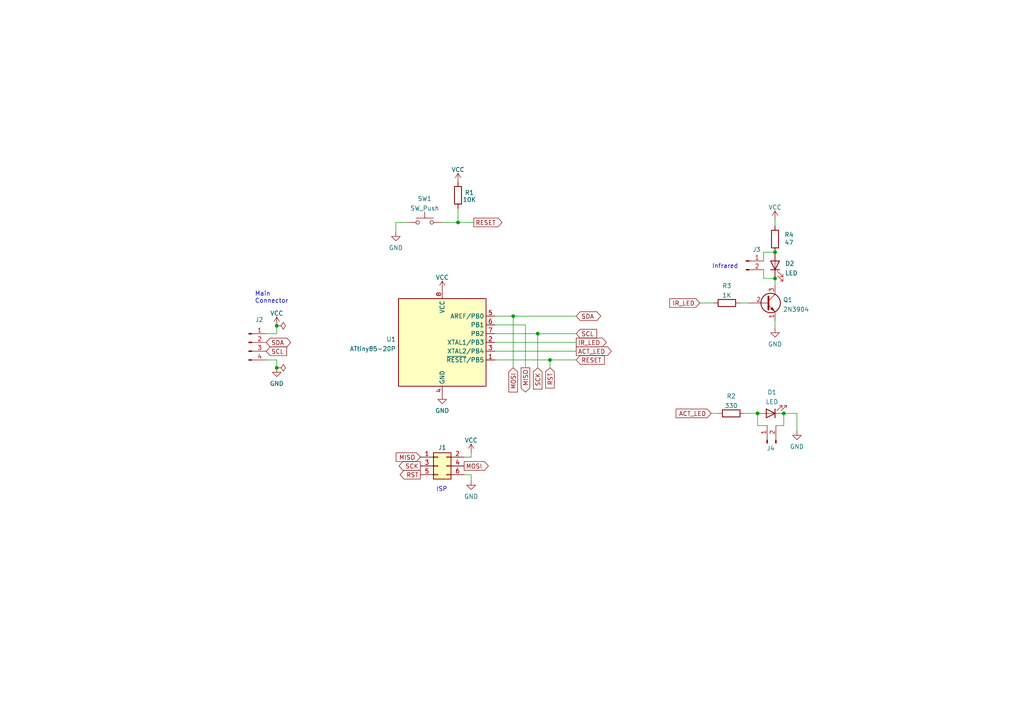
<source format=kicad_sch>
(kicad_sch (version 20210621) (generator eeschema)
  (paper "A4")
  (lib_symbols
    (symbol "Connector:Conn_01x02_Male" (pin_names (offset 1.016) hide)
      (property "Reference" "J" (at 0 2.54 0))
      (property "Value" "Conn_01x02_Male" (at 0 -5.08 0))
      (symbol "Conn_01x02_Male_1_1"
        (polyline (pts (xy 1.27 -2.54) (xy 0.8636 -2.54)) (stroke (width 0.1524)))
        (polyline (pts (xy 1.27 0) (xy 0.8636 0)) (stroke (width 0.1524)))
        (rectangle (start 0.8636 -2.413) (end 0 -2.667) (stroke (width 0.1524)) (fill (type outline)))
        (rectangle (start 0.8636 0.127) (end 0 -0.127) (stroke (width 0.1524)) (fill (type outline)))
        (pin passive line (at 5.08 0 180) (length 3.81) (name "Pin_1") (number "1"))
        (pin passive line (at 5.08 -2.54 180) (length 3.81) (name "Pin_2") (number "2"))
      )
    )
    (symbol "Connector:Conn_01x04_Male" (pin_names (offset 1.016) hide)
      (property "Reference" "J" (at 0 5.08 0))
      (property "Value" "Conn_01x04_Male" (at 0 -7.62 0))
      (symbol "Conn_01x04_Male_1_1"
        (polyline (pts (xy 1.27 -5.08) (xy 0.8636 -5.08)) (stroke (width 0.1524)))
        (polyline (pts (xy 1.27 -2.54) (xy 0.8636 -2.54)) (stroke (width 0.1524)))
        (polyline (pts (xy 1.27 0) (xy 0.8636 0)) (stroke (width 0.1524)))
        (polyline (pts (xy 1.27 2.54) (xy 0.8636 2.54)) (stroke (width 0.1524)))
        (rectangle (start 0.8636 -4.953) (end 0 -5.207) (stroke (width 0.1524)) (fill (type outline)))
        (rectangle (start 0.8636 -2.413) (end 0 -2.667) (stroke (width 0.1524)) (fill (type outline)))
        (rectangle (start 0.8636 0.127) (end 0 -0.127) (stroke (width 0.1524)) (fill (type outline)))
        (rectangle (start 0.8636 2.667) (end 0 2.413) (stroke (width 0.1524)) (fill (type outline)))
        (pin passive line (at 5.08 2.54 180) (length 3.81) (name "Pin_1") (number "1"))
        (pin passive line (at 5.08 0 180) (length 3.81) (name "Pin_2") (number "2"))
        (pin passive line (at 5.08 -2.54 180) (length 3.81) (name "Pin_3") (number "3"))
        (pin passive line (at 5.08 -5.08 180) (length 3.81) (name "Pin_4") (number "4"))
      )
    )
    (symbol "Connector_Generic:Conn_02x03_Odd_Even" (pin_names (offset 1.016) hide)
      (property "Reference" "J" (at 1.27 5.08 0))
      (property "Value" "Conn_02x03_Odd_Even" (at 1.27 -5.08 0))
      (symbol "Conn_02x03_Odd_Even_1_1"
        (rectangle (start -1.27 -2.413) (end 0 -2.667) (stroke (width 0.1524)))
        (rectangle (start -1.27 0.127) (end 0 -0.127) (stroke (width 0.1524)))
        (rectangle (start -1.27 2.667) (end 0 2.413) (stroke (width 0.1524)))
        (rectangle (start -1.27 3.81) (end 3.81 -3.81) (stroke (width 0.254)) (fill (type background)))
        (rectangle (start 3.81 -2.413) (end 2.54 -2.667) (stroke (width 0.1524)))
        (rectangle (start 3.81 0.127) (end 2.54 -0.127) (stroke (width 0.1524)))
        (rectangle (start 3.81 2.667) (end 2.54 2.413) (stroke (width 0.1524)))
        (pin passive line (at -5.08 2.54 0) (length 3.81) (name "Pin_1") (number "1"))
        (pin passive line (at 7.62 2.54 180) (length 3.81) (name "Pin_2") (number "2"))
        (pin passive line (at -5.08 0 0) (length 3.81) (name "Pin_3") (number "3"))
        (pin passive line (at 7.62 0 180) (length 3.81) (name "Pin_4") (number "4"))
        (pin passive line (at -5.08 -2.54 0) (length 3.81) (name "Pin_5") (number "5"))
        (pin passive line (at 7.62 -2.54 180) (length 3.81) (name "Pin_6") (number "6"))
      )
    )
    (symbol "Device:LED" (pin_numbers hide) (pin_names (offset 1.016) hide)
      (property "Reference" "D" (at 0 2.54 0))
      (property "Value" "LED" (at 0 -2.54 0))
      (symbol "LED_0_1"
        (polyline (pts (xy -1.27 -1.27) (xy -1.27 1.27)) (stroke (width 0.254)))
        (polyline (pts (xy -1.27 0) (xy 1.27 0)))
        (polyline (pts (xy 1.27 -1.27) (xy 1.27 1.27) (xy -1.27 0) (xy 1.27 -1.27)) (stroke (width 0.254)))
        (polyline (pts (xy -3.048 -0.762) (xy -4.572 -2.286) (xy -3.81 -2.286) (xy -4.572 -2.286) (xy -4.572 -1.524)))
        (polyline (pts (xy -1.778 -0.762) (xy -3.302 -2.286) (xy -2.54 -2.286) (xy -3.302 -2.286) (xy -3.302 -1.524)))
      )
      (symbol "LED_1_1"
        (pin passive line (at -3.81 0 0) (length 2.54) (name "K") (number "1"))
        (pin passive line (at 3.81 0 180) (length 2.54) (name "A") (number "2"))
      )
    )
    (symbol "Device:R" (pin_numbers hide) (pin_names (offset 0))
      (property "Reference" "R" (at 2.032 0 90))
      (property "Value" "R" (at 0 0 90))
      (symbol "R_0_1"
        (rectangle (start -1.016 -2.54) (end 1.016 2.54) (stroke (width 0.254)))
      )
      (symbol "R_1_1"
        (pin passive line (at 0 3.81 270) (length 1.27) (name "~") (number "1"))
        (pin passive line (at 0 -3.81 90) (length 1.27) (name "~") (number "2"))
      )
    )
    (symbol "MCU_Microchip_ATtiny:ATtiny85-20P"
      (property "Reference" "U" (at -12.7 13.97 0))
      (property "Value" "ATtiny85-20P" (at 2.54 -13.97 0))
      (symbol "ATtiny85-20P_0_1"
        (rectangle (start -12.7 -12.7) (end 12.7 12.7) (stroke (width 0.254)) (fill (type background)))
      )
      (symbol "ATtiny85-20P_1_1"
        (pin bidirectional line (at 15.24 -5.08 180) (length 2.54) (name "~{RESET}/PB5") (number "1"))
        (pin bidirectional line (at 15.24 0 180) (length 2.54) (name "XTAL1/PB3") (number "2"))
        (pin bidirectional line (at 15.24 -2.54 180) (length 2.54) (name "XTAL2/PB4") (number "3"))
        (pin power_in line (at 0 -15.24 90) (length 2.54) (name "GND") (number "4"))
        (pin bidirectional line (at 15.24 7.62 180) (length 2.54) (name "AREF/PB0") (number "5"))
        (pin bidirectional line (at 15.24 5.08 180) (length 2.54) (name "PB1") (number "6"))
        (pin bidirectional line (at 15.24 2.54 180) (length 2.54) (name "PB2") (number "7"))
        (pin power_in line (at 0 15.24 270) (length 2.54) (name "VCC") (number "8"))
      )
    )
    (symbol "Switch:SW_Push" (pin_numbers hide) (pin_names (offset 1.016) hide)
      (property "Reference" "SW" (at 1.27 2.54 0))
      (property "Value" "SW_Push" (at 0 -1.524 0))
      (symbol "SW_Push_0_1"
        (circle (center -2.032 0) (radius 0.508))
        (polyline (pts (xy 0 1.27) (xy 0 3.048)))
        (polyline (pts (xy 2.54 1.27) (xy -2.54 1.27)))
        (circle (center 2.032 0) (radius 0.508))
        (pin passive line (at -5.08 0 0) (length 2.54) (name "1") (number "1"))
        (pin passive line (at 5.08 0 180) (length 2.54) (name "2") (number "2"))
      )
    )
    (symbol "Transistor_BJT:2N3904" (pin_names (offset 0) hide)
      (property "Reference" "Q" (at 5.08 1.905 0))
      (property "Value" "2N3904" (at 5.08 0 0))
      (symbol "2N3904_0_1"
        (polyline (pts (xy 0.635 0.635) (xy 2.54 2.54)))
        (polyline (pts (xy 0.635 -0.635) (xy 2.54 -2.54) (xy 2.54 -2.54)))
        (polyline (pts (xy 0.635 1.905) (xy 0.635 -1.905) (xy 0.635 -1.905)) (stroke (width 0.508)))
        (polyline (pts (xy 1.27 -1.778) (xy 1.778 -1.27) (xy 2.286 -2.286) (xy 1.27 -1.778) (xy 1.27 -1.778)) (fill (type outline)))
        (circle (center 1.27 0) (radius 2.8194) (stroke (width 0.254)))
      )
      (symbol "2N3904_1_1"
        (pin passive line (at 2.54 -5.08 90) (length 2.54) (name "E") (number "1"))
        (pin passive line (at -5.08 0 0) (length 5.715) (name "B") (number "2"))
        (pin passive line (at 2.54 5.08 270) (length 2.54) (name "C") (number "3"))
      )
    )
    (symbol "power:GND" (power) (pin_names (offset 0))
      (property "Value" "GND" (at 0 -3.81 0))
      (symbol "GND_0_1"
        (polyline (pts (xy 0 0) (xy 0 -1.27) (xy 1.27 -1.27) (xy 0 -2.54) (xy -1.27 -1.27) (xy 0 -1.27)))
      )
      (symbol "GND_1_1"
        (pin power_in line (at 0 0 270) (length 0) hide (name "GND") (number "1"))
      )
    )
    (symbol "power:PWR_FLAG" (power) (pin_numbers hide) (pin_names (offset 0) hide)
      (property "Value" "PWR_FLAG" (at 0 3.81 0))
      (symbol "PWR_FLAG_0_0"
        (pin power_out line (at 0 0 90) (length 0) (name "pwr") (number "1"))
      )
      (symbol "PWR_FLAG_0_1"
        (polyline (pts (xy 0 0) (xy 0 1.27) (xy -1.016 1.905) (xy 0 2.54) (xy 1.016 1.905) (xy 0 1.27)))
      )
    )
    (symbol "power:VCC" (power) (pin_names (offset 0))
      (property "Value" "VCC" (at 0 3.81 0))
      (symbol "VCC_0_1"
        (polyline (pts (xy -0.762 1.27) (xy 0 2.54)))
        (polyline (pts (xy 0 0) (xy 0 2.54)))
        (polyline (pts (xy 0 2.54) (xy 0.762 1.27)))
      )
      (symbol "VCC_1_1"
        (pin power_in line (at 0 0 90) (length 0) hide (name "VCC") (number "1"))
      )
    )
  )
  (junction (at 159.512 104.394))
  (junction (at 224.79 73.152))
  (junction (at 80.264 106.6896))
  (junction (at 132.842 64.516))
  (junction (at 219.71 119.8976))
  (junction (at 80.264 94.4976))
  (junction (at 224.79 80.772))
  (junction (at 227.33 119.8976))
  (junction (at 155.956 96.774))
  (junction (at 148.844 91.694))
  (wire (pts (xy 206.248 119.8976) (xy 208.28 119.8976)))
  (wire (pts (xy 214.63 87.884) (xy 217.17 87.884)))
  (wire (pts (xy 143.51 96.774) (xy 155.956 96.774)))
  (wire (pts (xy 155.956 96.774) (xy 155.956 106.68)))
  (wire (pts (xy 148.844 91.694) (xy 167.132 91.694)))
  (wire (pts (xy 114.808 64.516) (xy 118.11 64.516)))
  (wire (pts (xy 114.808 67.31) (xy 114.808 64.516)))
  (wire (pts (xy 143.51 104.394) (xy 159.512 104.394)))
  (wire (pts (xy 152.4 94.234) (xy 152.4 106.68)))
  (wire (pts (xy 202.946 87.884) (xy 207.01 87.884)))
  (wire (pts (xy 80.264 104.4036) (xy 80.264 106.6896)))
  (wire (pts (xy 77.216 104.4036) (xy 80.264 104.4036)))
  (wire (pts (xy 224.79 80.772) (xy 221.488 80.772)))
  (wire (pts (xy 221.488 80.772) (xy 221.488 78.232)))
  (wire (pts (xy 224.79 63.754) (xy 224.79 65.532)))
  (wire (pts (xy 155.956 96.774) (xy 167.132 96.774)))
  (wire (pts (xy 136.652 131.3276) (xy 136.652 132.5976)))
  (wire (pts (xy 134.62 132.5976) (xy 136.652 132.5976)))
  (wire (pts (xy 231.14 119.8976) (xy 231.14 124.9776)))
  (wire (pts (xy 227.33 119.8976) (xy 231.14 119.8976)))
  (wire (pts (xy 132.842 64.516) (xy 137.414 64.516)))
  (wire (pts (xy 128.27 64.516) (xy 132.842 64.516)))
  (wire (pts (xy 215.9 119.8976) (xy 219.71 119.8976)))
  (wire (pts (xy 219.71 119.8976) (xy 219.71 119.888)))
  (wire (pts (xy 222.504 123.444) (xy 219.71 123.444)))
  (wire (pts (xy 219.71 123.444) (xy 219.71 119.8976)))
  (wire (pts (xy 143.51 94.234) (xy 152.4 94.234)))
  (wire (pts (xy 143.51 99.314) (xy 167.132 99.314)))
  (wire (pts (xy 224.79 80.772) (xy 224.79 82.804)))
  (wire (pts (xy 159.512 104.394) (xy 159.512 106.68)))
  (wire (pts (xy 159.512 104.394) (xy 167.132 104.394)))
  (wire (pts (xy 225.044 123.444) (xy 227.33 123.444)))
  (wire (pts (xy 227.33 119.8976) (xy 227.33 119.888)))
  (wire (pts (xy 227.33 123.444) (xy 227.33 119.8976)))
  (wire (pts (xy 80.264 96.7836) (xy 80.264 94.4976)))
  (wire (pts (xy 77.216 96.7836) (xy 80.264 96.7836)))
  (wire (pts (xy 134.62 137.6776) (xy 136.652 137.6776)))
  (wire (pts (xy 136.652 137.6776) (xy 136.652 139.4556)))
  (wire (pts (xy 224.79 92.964) (xy 224.79 95.25)))
  (wire (pts (xy 143.51 91.694) (xy 148.844 91.694)))
  (wire (pts (xy 143.51 101.854) (xy 167.132 101.854)))
  (wire (pts (xy 221.488 73.152) (xy 221.488 75.692)))
  (wire (pts (xy 224.79 73.152) (xy 221.488 73.152)))
  (wire (pts (xy 148.844 91.694) (xy 148.844 106.68)))
  (wire (pts (xy 132.842 60.452) (xy 132.842 64.516)))
  (text "Infrared" (at 206.502 78.0662 0) (effects (font (size 1.27 1.27)) (justify left bottom)))
  (text "ISP" (at 126.492 142.748 0) (effects (font (size 1.27 1.27)) (justify left bottom)))
  (text "Main\nConnector" (at 73.914 88.138 0) (effects (font (size 1.27 1.27)) (justify left bottom)))
  (global_label "RST" (shape input) (at 159.512 106.68 270) (property "Intersheet References" "${INTERSHEET_REFS}" (effects hide)))
  (global_label "ACT_LED" (shape output) (at 167.132 101.854 0) (property "Intersheet References" "${INTERSHEET_REFS}" (effects hide)))
  (global_label "MISO" (shape output) (at 152.4 106.68 270) (property "Intersheet References" "${INTERSHEET_REFS}" (effects hide)))
  (global_label "ACT_LED" (shape input) (at 206.248 119.8976 180) (property "Intersheet References" "${INTERSHEET_REFS}" (effects hide)))
  (global_label "SDA" (shape tri_state) (at 77.216 99.3236 0) (property "Intersheet References" "${INTERSHEET_REFS}" (effects hide)))
  (global_label "SCK" (shape input) (at 155.956 106.68 270) (property "Intersheet References" "${INTERSHEET_REFS}" (effects hide)))
  (global_label "SCL" (shape input) (at 167.132 96.774 0) (property "Intersheet References" "${INTERSHEET_REFS}" (effects hide)))
  (global_label "MISO" (shape input) (at 121.92 132.5976 180) (property "Intersheet References" "${INTERSHEET_REFS}" (effects hide)))
  (global_label "RST" (shape output) (at 121.92 137.6776 180) (property "Intersheet References" "${INTERSHEET_REFS}" (effects hide)))
  (global_label "IR_LED" (shape output) (at 167.132 99.314 0) (property "Intersheet References" "${INTERSHEET_REFS}" (effects hide)))
  (global_label "MOSI" (shape output) (at 134.62 135.1376 0) (property "Intersheet References" "${INTERSHEET_REFS}" (effects hide)))
  (global_label "IR_LED" (shape input) (at 202.946 87.884 180) (property "Intersheet References" "${INTERSHEET_REFS}" (effects hide)))
  (global_label "MOSI" (shape input) (at 148.844 106.68 270) (property "Intersheet References" "${INTERSHEET_REFS}" (effects hide)))
  (global_label "RESET" (shape input) (at 167.132 104.394 0) (property "Intersheet References" "${INTERSHEET_REFS}" (effects hide)))
  (global_label "RESET" (shape output) (at 137.414 64.516 0) (property "Intersheet References" "${INTERSHEET_REFS}" (effects hide)))
  (global_label "SCK" (shape output) (at 121.92 135.1376 180) (property "Intersheet References" "${INTERSHEET_REFS}" (effects hide)))
  (global_label "SCL" (shape input) (at 77.216 101.8636 0) (property "Intersheet References" "${INTERSHEET_REFS}" (effects hide)))
  (global_label "SDA" (shape tri_state) (at 167.132 91.694 0) (property "Intersheet References" "${INTERSHEET_REFS}" (effects hide)))
  (symbol (lib_id "Connector:Conn_01x02_Male") (at 216.408 75.692 0) (unit 1)
    (property "Reference" "J3" (at 219.456 72.39 0))
    (property "Value" "Conn_01x02_Male" (effects hide))
    (property "Footprint" "Connector_PinHeader_2.54mm:PinHeader_1x02_P2.54mm_Vertical" (effects hide))
  )
  (symbol (lib_id "Device:R") (at 224.79 69.342 0) (unit 1)
    (property "Reference" "R4" (at 228.854 68.072 0))
    (property "Value" "47" (at 228.854 70.358 0))
    (property "Footprint" "Resistor_SMD:R_0603_1608Metric" (effects hide))
  )
  (symbol (lib_id "Device:R") (at 132.842 56.642 180) (unit 1)
    (property "Reference" "R1" (at 136.144 55.88 0))
    (property "Value" "10K" (at 136.144 57.912 0))
    (property "Footprint" "Resistor_SMD:R_0603_1608Metric" (effects hide))
  )
  (symbol (lib_id "Connector:Conn_01x04_Male") (at 72.136 99.3236 0) (unit 1)
    (property "Reference" "J2" (at 75.184 92.7196 0))
    (property "Value" "Conn_01x04_Male" (effects hide))
    (property "Footprint" "Connector_PinHeader_2.54mm:PinHeader_1x04_P2.54mm_Vertical" (effects hide))
  )
  (symbol (lib_id "Device:LED") (at 223.52 119.8976 180) (unit 1)
    (property "Reference" "D1" (at 223.9009 113.7721 0))
    (property "Value" "LED" (at 223.9009 116.5472 0))
    (property "Footprint" "LED_THT:LED_D5.0mm" (effects hide))
  )
  (symbol (lib_id "Connector:Conn_01x02_Male") (at 222.504 128.524 90) (unit 1)
    (property "Reference" "J4" (at 223.52 130.048 90))
    (property "Value" "Conn_01x02_Male" (effects hide))
    (property "Footprint" "Connector_PinHeader_2.54mm:PinHeader_1x02_P2.54mm_Vertical" (effects hide))
  )
  (symbol (lib_id "Switch:SW_Push") (at 123.19 64.516 0) (unit 1)
    (property "Reference" "SW1" (at 123.19 57.6285 0))
    (property "Value" "SW_Push" (at 123.19 60.4036 0))
    (property "Footprint" "Button_Switch_THT:SW_PUSH_6mm" (effects hide))
  )
  (symbol (lib_id "power:VCC") (at 136.652 131.3276 0) (unit 1)
    (property "Reference" "#PWR05" (effects hide))
    (property "Value" "VCC" (at 136.652 127.7231 0))
  )
  (symbol (lib_id "power:GND") (at 80.264 106.6896 0) (unit 1)
    (property "Reference" "#PWR04" (effects hide))
    (property "Value" "GND" (at 80.264 111.252 0))
  )
  (symbol (lib_id "Device:R") (at 210.82 87.884 90) (unit 1)
    (property "Reference" "R3" (at 210.82 82.9015 90))
    (property "Value" "1K" (at 210.82 85.6766 90))
    (property "Footprint" "Resistor_SMD:R_0603_1608Metric" (effects hide))
  )
  (symbol (lib_id "MCU_Microchip_ATtiny:ATtiny85-20P") (at 128.27 99.314 0) (unit 1)
    (property "Reference" "U1" (at 114.808 98.4055 0) (effects (justify right)))
    (property "Value" "ATtiny85-20P" (at 114.808 101.1806 0) (effects (justify right)))
    (property "Footprint" "Package_DIP:DIP-8_W7.62mm" (effects hide))
    (property "Datasheet" "http://ww1.microchip.com/downloads/en/DeviceDoc/atmel-2586-avr-8-bit-microcontroller-attiny25-attiny45-attiny85_datasheet.pdf" (effects hide))
  )
  (symbol (lib_id "power:GND") (at 114.808 67.31 0) (unit 1)
    (property "Reference" "#PWR07" (effects hide))
    (property "Value" "GND" (at 114.808 71.8724 0))
  )
  (symbol (lib_id "Device:LED") (at 224.79 76.962 90) (unit 1)
    (property "Reference" "D2" (at 227.711 76.4344 90) (effects (justify right)))
    (property "Value" "LED" (at 227.711 79.2095 90) (effects (justify right)))
    (property "Footprint" "LED_THT:LED_D5.0mm" (effects hide))
  )
  (symbol (lib_id "power:PWR_FLAG") (at 80.264 94.4976 270) (unit 1)
    (property "Reference" "#FLG0101" (effects hide))
    (property "Value" "PWR_FLAG" (effects hide))
  )
  (symbol (lib_id "power:GND") (at 128.27 114.554 0) (unit 1)
    (property "Reference" "#PWR02" (effects hide))
    (property "Value" "GND" (at 128.27 119.1164 0))
  )
  (symbol (lib_id "power:VCC") (at 224.79 63.754 0) (unit 1)
    (property "Reference" "#PWR010" (effects hide))
    (property "Value" "VCC" (at 224.79 60.1495 0))
  )
  (symbol (lib_id "power:VCC") (at 80.264 94.4976 0) (unit 1)
    (property "Reference" "#PWR03" (effects hide))
    (property "Value" "VCC" (at 80.264 90.8931 0))
  )
  (symbol (lib_id "power:GND") (at 136.652 139.4556 0) (unit 1)
    (property "Reference" "#PWR06" (effects hide))
    (property "Value" "GND" (at 136.652 144.018 0))
  )
  (symbol (lib_id "Transistor_BJT:2N3904") (at 222.25 87.884 0) (unit 1)
    (property "Reference" "Q1" (at 227.1014 86.9755 0) (effects (justify left)))
    (property "Value" "2N3904" (at 227.1014 89.7506 0) (effects (justify left)))
    (property "Footprint" "Package_TO_SOT_THT:TO-92_Inline" (effects hide))
    (property "Datasheet" "https://www.onsemi.com/pub/Collateral/2N3903-D.PDF" (effects hide))
  )
  (symbol (lib_id "power:GND") (at 224.79 95.25 0) (unit 1)
    (property "Reference" "#PWR011" (effects hide))
    (property "Value" "GND" (at 224.79 99.8124 0))
  )
  (symbol (lib_id "Connector_Generic:Conn_02x03_Odd_Even") (at 127 135.1376 0) (unit 1)
    (property "Reference" "J1" (at 128.27 129.8036 0))
    (property "Value" "Conn_02x03_Odd_Even" (effects hide))
    (property "Footprint" "Connector_PinHeader_2.54mm:PinHeader_2x03_P2.54mm_Vertical" (effects hide))
  )
  (symbol (lib_id "power:GND") (at 231.14 124.9776 0) (unit 1)
    (property "Reference" "#PWR09" (effects hide))
    (property "Value" "GND" (at 231.14 129.54 0))
  )
  (symbol (lib_id "power:VCC") (at 132.842 52.832 0) (unit 1)
    (property "Reference" "#PWR08" (effects hide))
    (property "Value" "VCC" (at 132.842 49.2275 0))
  )
  (symbol (lib_id "Device:R") (at 212.09 119.8976 90) (unit 1)
    (property "Reference" "R2" (at 212.09 114.9151 90))
    (property "Value" "330" (at 212.09 117.6902 90))
    (property "Footprint" "Resistor_SMD:R_0603_1608Metric" (effects hide))
  )
  (symbol (lib_id "power:PWR_FLAG") (at 80.264 106.6896 270) (unit 1)
    (property "Reference" "#FLG0102" (effects hide))
    (property "Value" "PWR_FLAG" (effects hide))
  )
  (symbol (lib_id "power:VCC") (at 128.27 84.074 0) (unit 1)
    (property "Reference" "#PWR01" (effects hide))
    (property "Value" "VCC" (at 128.27 80.4695 0))
  )
)
</source>
